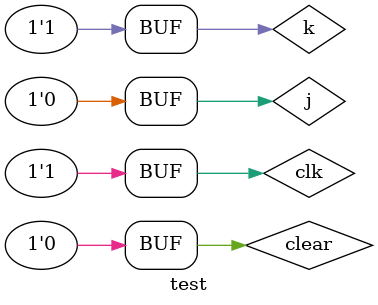
<source format=v>
`include "t.v"

module contador(output[3:0]s,input x,input y, input clear,input clk);

wire [3:0]qnot;
wire [3:0]snot;
wire snand;
wire sor;
tff t0(s[0],qnot[0],clk,c,clk,snand);
tff t1(s[1],qnot[1],qnot[0],y,qnot[0],snand);
tff t2(s[2],qnot[2],qnot[1],y,qnot[1],snand);
tff t3(s[3],qnot[3],qnot[2],y,qnot[2],snand);


not(snot[1],qnot[1]);
not(snot[3],qnot[3]);


and(sor,snot[1],s[0],s[2],snot[3]);

or(snand,sor,clear);

endmodule

module test;

reg j, k, clear;
reg clk;
wire [3:0] s;

contador ct1 (s,j,k,clear,clk);
/*
initial begin
  clear = 0;
  j = 1;
  k = 0;
  clk = 0;
end
*/
initial begin:main
               // execucao unitaria
      $display("Exercicio91 - xxx yyy zzz - 999999");
      $display("Teste 1:");
      $monitor ( "%d %b %b %b %b %b %b %b  %d", $time, j, k, clear, clk,  s[3], s[2], s[1], s[0],s ); 

#1 clk = 1; j=0; k=0; clear=0;
#1 clk = 0; k=1;
#1 clk = 1;
#1 clk = 0;
#1 clk = 1;
#1 clk = 0;
#1 clk = 1;
#1 clk = 0;
#1 clk = 1;
#1 clk = 0;
#1 clk = 1;
#1 clk = 0;
#1 clk = 1;
#1 clk = 1;
#1 clk = 0;
#1 clk = 1;
#1 clk = 0;
#1 clk = 1;
#1 clk = 0;
#1 clk = 1;
#1 clk = 0;
#1 clk = 1;
#1 clk = 0;
#1 clk = 1;
#1 clk = 0;
#1 clk = 1;
#1 clk = 0;
#1 clk = 1;
#1 clk = 0;
#1 clk = 0;
#1 clk = 1;
#1 clk = 0;
#1 clk = 1;
#1 clk = 0;
#1 clk = 1;
#1 clk = 0;
#1 clk = 1;
#1 clk = 0;
#1 clk = 1;
#1 clk = 0;
#1 clk = 1;
#1 clk = 0;
#1 clk = 0;
#1 clk = 1;
#1 clk = 0;
#1 clk = 1;
#1 clk = 0;
#1 clk = 1;
#1 clk = 0;
#1 clk = 1;
#1 clk = 0;
#1 clk = 1;
#1 clk = 0;
#1 clk = 1;
#1 clk = 0;
#1 clk = 0;
#1 clk = 1;
#1 clk = 0;
#1 clk = 1;
#1 clk = 0;
#1 clk = 1;


end
endmodule // testbuffer
</source>
